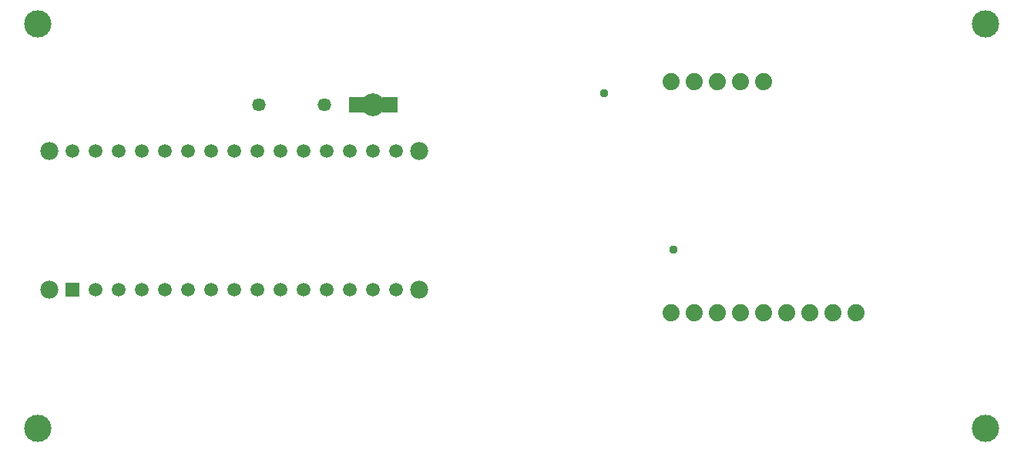
<source format=gbr>
G04 EAGLE Gerber RS-274X export*
G75*
%MOMM*%
%FSLAX34Y34*%
%LPD*%
%INSoldermask Top*%
%IPPOS*%
%AMOC8*
5,1,8,0,0,1.08239X$1,22.5*%
G01*
G04 Define Apertures*
%ADD10C,1.879600*%
%ADD11C,1.463200*%
%ADD12R,1.703200X1.803200*%
%ADD13C,2.503200*%
%ADD14C,3.003200*%
%ADD15C,1.981200*%
%ADD16R,1.511200X1.511200*%
%ADD17C,1.511200*%
%ADD18C,0.959600*%
D10*
X746800Y177800D03*
X772200Y177800D03*
X797600Y177800D03*
X823000Y177800D03*
X848400Y177800D03*
X873800Y177800D03*
X899200Y177800D03*
X924600Y177800D03*
X950000Y177800D03*
X746800Y431800D03*
X772200Y431800D03*
X797600Y431800D03*
X823000Y431800D03*
X848400Y431800D03*
D11*
X293340Y406400D03*
X365740Y406400D03*
D12*
X401100Y406400D03*
X437100Y406400D03*
D13*
X419100Y406400D03*
D14*
X50800Y495300D03*
X1092200Y495300D03*
X1092200Y50800D03*
X50800Y50800D03*
D15*
X63500Y203200D03*
D16*
X88900Y203200D03*
D17*
X114300Y203200D03*
X139700Y203200D03*
X165100Y203200D03*
X190500Y203200D03*
X215900Y203200D03*
X241300Y203200D03*
X266700Y203200D03*
X292100Y203200D03*
X317500Y203200D03*
X342900Y203200D03*
X368300Y203200D03*
X393700Y203200D03*
X419100Y203200D03*
X444500Y203200D03*
X444500Y355600D03*
X419100Y355600D03*
X393700Y355600D03*
X368300Y355600D03*
X342900Y355600D03*
X317500Y355600D03*
X292100Y355600D03*
X266700Y355600D03*
X241300Y355600D03*
X215900Y355600D03*
X190500Y355600D03*
X165100Y355600D03*
X139700Y355600D03*
X114300Y355600D03*
X88900Y355600D03*
D15*
X63500Y355600D03*
X469900Y355600D03*
X469900Y203200D03*
D18*
X749300Y247650D03*
X673100Y419100D03*
M02*

</source>
